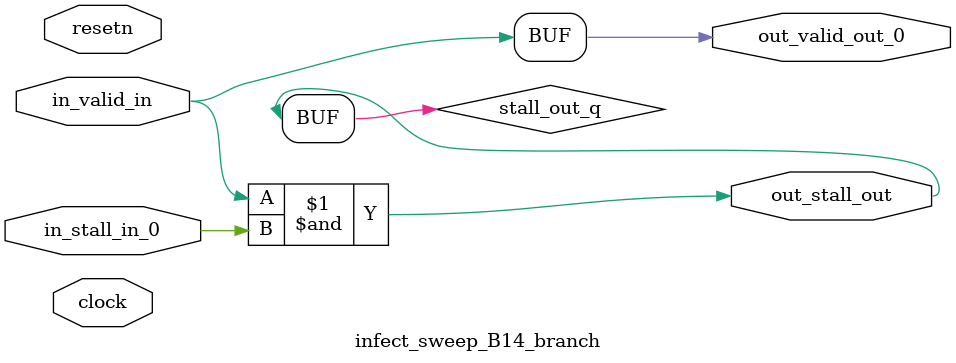
<source format=sv>



(* altera_attribute = "-name AUTO_SHIFT_REGISTER_RECOGNITION OFF; -name MESSAGE_DISABLE 10036; -name MESSAGE_DISABLE 10037; -name MESSAGE_DISABLE 14130; -name MESSAGE_DISABLE 14320; -name MESSAGE_DISABLE 15400; -name MESSAGE_DISABLE 14130; -name MESSAGE_DISABLE 10036; -name MESSAGE_DISABLE 12020; -name MESSAGE_DISABLE 12030; -name MESSAGE_DISABLE 12010; -name MESSAGE_DISABLE 12110; -name MESSAGE_DISABLE 14320; -name MESSAGE_DISABLE 13410; -name MESSAGE_DISABLE 113007; -name MESSAGE_DISABLE 10958" *)
module infect_sweep_B14_branch (
    input wire [0:0] in_stall_in_0,
    input wire [0:0] in_valid_in,
    output wire [0:0] out_stall_out,
    output wire [0:0] out_valid_out_0,
    input wire clock,
    input wire resetn
    );

    wire [0:0] stall_out_q;


    // stall_out(LOGICAL,6)
    assign stall_out_q = in_valid_in & in_stall_in_0;

    // out_stall_out(GPOUT,4)
    assign out_stall_out = stall_out_q;

    // out_valid_out_0(GPOUT,5)
    assign out_valid_out_0 = in_valid_in;

endmodule

</source>
